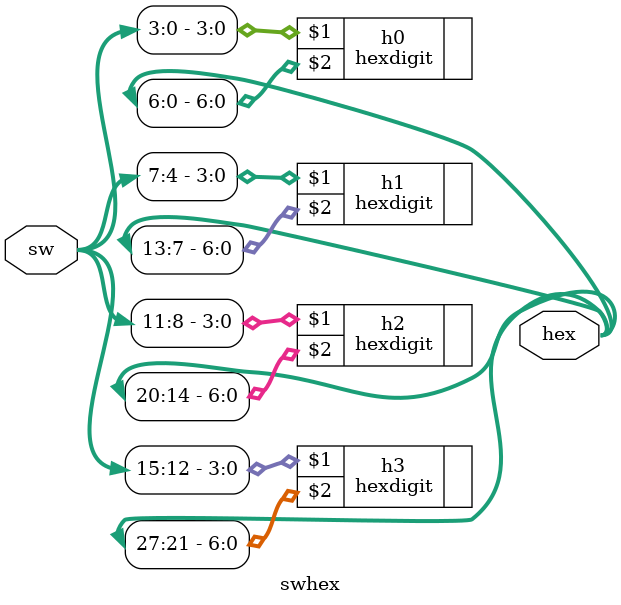
<source format=v>
module swhex
(
	input wire [17:0]    sw,
	output wire [8*7-1:0] hex
);
	hexdigit h0(sw[3:0], hex[6:0]);
	hexdigit h1(sw[7:4], hex[13:7]);
	hexdigit h2(sw[11:8], hex[20:14]);
	hexdigit h3(sw[15:12], hex[27:21]);
endmodule
</source>
